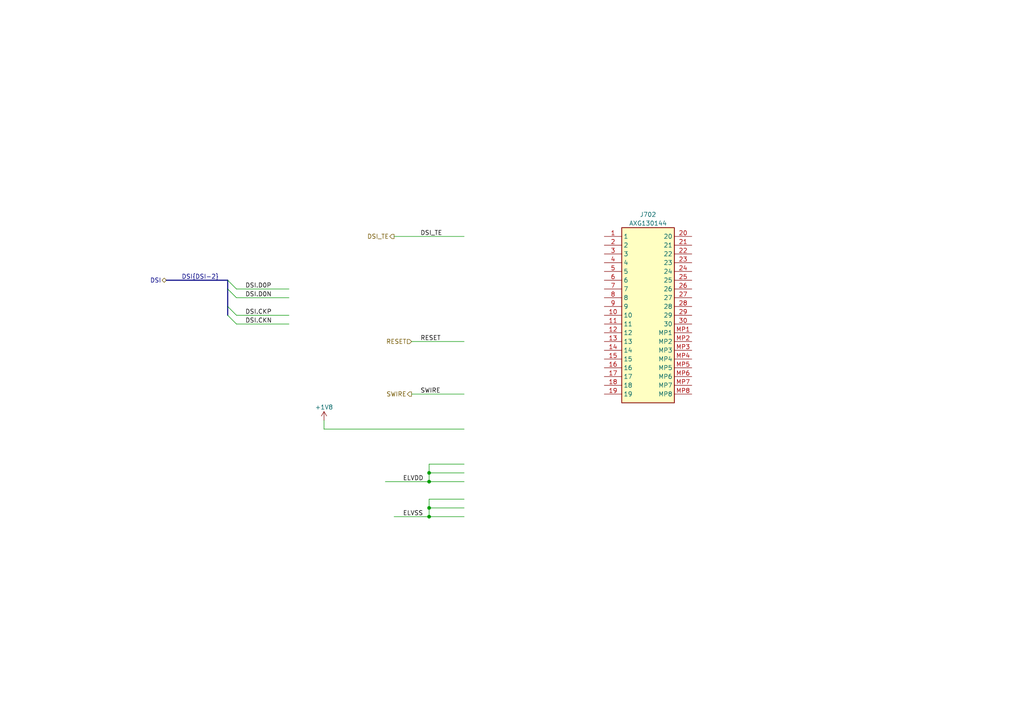
<source format=kicad_sch>
(kicad_sch (version 20230121) (generator eeschema)
  (paper "A4")
  (title_block (title "Watch Display Connector") (rev "2"))
  (lib_symbols
    (symbol "AXG130144:AXG130144"
      (property "Reference" "J" (at 21.59 7.62 0))
      (property "Value" "AXG130144" (at 21.59 5.08 0))
      (symbol "AXG130144_1_1"
        (rectangle (start 5.08 2.54) (end 20.32 -48.26) (stroke (width 0.254)) (fill (type background)))
        (pin passive line (at 0 0 0) (length 5.08) (name "1") (number "1"))
        (pin passive line (at 0 -22.86 0) (length 5.08) (name "10") (number "10"))
        (pin passive line (at 0 -25.4 0) (length 5.08) (name "11") (number "11"))
        (pin passive line (at 0 -27.94 0) (length 5.08) (name "12") (number "12"))
        (pin passive line (at 0 -30.48 0) (length 5.08) (name "13") (number "13"))
        (pin passive line (at 0 -33.02 0) (length 5.08) (name "14") (number "14"))
        (pin passive line (at 0 -35.56 0) (length 5.08) (name "15") (number "15"))
        (pin passive line (at 0 -38.1 0) (length 5.08) (name "16") (number "16"))
        (pin passive line (at 0 -40.64 0) (length 5.08) (name "17") (number "17"))
        (pin passive line (at 0 -43.18 0) (length 5.08) (name "18") (number "18"))
        (pin passive line (at 0 -45.72 0) (length 5.08) (name "19") (number "19"))
        (pin passive line (at 0 -2.54 0) (length 5.08) (name "2") (number "2"))
        (pin passive line (at 25.4 0 180) (length 5.08) (name "20") (number "20"))
        (pin passive line (at 25.4 -2.54 180) (length 5.08) (name "21") (number "21"))
        (pin passive line (at 25.4 -5.08 180) (length 5.08) (name "22") (number "22"))
        (pin passive line (at 25.4 -7.62 180) (length 5.08) (name "23") (number "23"))
        (pin passive line (at 25.4 -10.16 180) (length 5.08) (name "24") (number "24"))
        (pin passive line (at 25.4 -12.7 180) (length 5.08) (name "25") (number "25"))
        (pin passive line (at 25.4 -15.24 180) (length 5.08) (name "26") (number "26"))
        (pin passive line (at 25.4 -17.78 180) (length 5.08) (name "27") (number "27"))
        (pin passive line (at 25.4 -20.32 180) (length 5.08) (name "28") (number "28"))
        (pin passive line (at 25.4 -22.86 180) (length 5.08) (name "29") (number "29"))
        (pin passive line (at 0 -5.08 0) (length 5.08) (name "3") (number "3"))
        (pin passive line (at 25.4 -25.4 180) (length 5.08) (name "30") (number "30"))
        (pin passive line (at 0 -7.62 0) (length 5.08) (name "4") (number "4"))
        (pin passive line (at 0 -10.16 0) (length 5.08) (name "5") (number "5"))
        (pin passive line (at 0 -12.7 0) (length 5.08) (name "6") (number "6"))
        (pin passive line (at 0 -15.24 0) (length 5.08) (name "7") (number "7"))
        (pin passive line (at 0 -17.78 0) (length 5.08) (name "8") (number "8"))
        (pin passive line (at 0 -20.32 0) (length 5.08) (name "9") (number "9"))
        (pin passive line (at 25.4 -27.94 180) (length 5.08) (name "MP1") (number "MP1"))
        (pin passive line (at 25.4 -30.48 180) (length 5.08) (name "MP2") (number "MP2"))
        (pin passive line (at 25.4 -33.02 180) (length 5.08) (name "MP3") (number "MP3"))
        (pin passive line (at 25.4 -35.56 180) (length 5.08) (name "MP4") (number "MP4"))
        (pin passive line (at 25.4 -38.1 180) (length 5.08) (name "MP5") (number "MP5"))
        (pin passive line (at 25.4 -40.64 180) (length 5.08) (name "MP6") (number "MP6"))
        (pin passive line (at 25.4 -43.18 180) (length 5.08) (name "MP7") (number "MP7"))
        (pin passive line (at 25.4 -45.72 180) (length 5.08) (name "MP8") (number "MP8"))
      )
    )
    (symbol "power:+1V8" (power) (pin_names (offset 0))
      (property "Value" "+1V8" (at 0 3.556 0))
      (symbol "+1V8_0_1"
        (polyline (pts (xy -0.762 1.27) (xy 0 2.54)))
        (polyline (pts (xy 0 0) (xy 0 2.54)))
        (polyline (pts (xy 0 2.54) (xy 0.762 1.27)))
      )
      (symbol "+1V8_1_1"
        (pin power_in line (at 0 0 90) (length 0) hide (name "+1V8") (number "1"))
      )
    )
  )
  (junction (at 124.46 137.16))
  (junction (at 124.46 139.7))
  (junction (at 124.46 149.86))
  (junction (at 124.46 147.32))
  (bus_entry (at 68.58 93.98) (size -2.54 -2.54))
  (bus_entry (at 68.58 86.36) (size -2.54 -2.54))
  (bus_entry (at 68.58 91.44) (size -2.54 -2.54))
  (bus_entry (at 68.58 83.82) (size -2.54 -2.54))
  (wire (pts (xy 124.46 149.86) (xy 124.46 147.32)))
  (wire (pts (xy 119.38 114.3) (xy 134.62 114.3)))
  (wire (pts (xy 124.46 137.16) (xy 134.62 137.16)))
  (wire (pts (xy 134.62 144.78) (xy 124.46 144.78)))
  (bus (pts (xy 66.04 88.9) (xy 66.04 83.82)))
  (wire (pts (xy 124.46 139.7) (xy 124.46 137.16)))
  (wire (pts (xy 111.76 139.7) (xy 124.46 139.7)))
  (wire (pts (xy 124.46 134.62) (xy 124.46 137.16)))
  (wire (pts (xy 134.62 149.86) (xy 124.46 149.86)))
  (wire (pts (xy 68.58 83.82) (xy 83.82 83.82)))
  (wire (pts (xy 124.46 147.32) (xy 134.62 147.32)))
  (wire (pts (xy 134.62 134.62) (xy 124.46 134.62)))
  (wire (pts (xy 124.46 144.78) (xy 124.46 147.32)))
  (bus (pts (xy 66.04 88.9) (xy 66.04 91.44)))
  (wire (pts (xy 68.58 93.98) (xy 83.82 93.98)))
  (wire (pts (xy 93.98 124.46) (xy 134.62 124.46)))
  (wire (pts (xy 119.38 99.06) (xy 134.62 99.06)))
  (bus (pts (xy 66.04 83.82) (xy 66.04 81.28)))
  (wire (pts (xy 68.58 86.36) (xy 83.82 86.36)))
  (wire (pts (xy 134.62 139.7) (xy 124.46 139.7)))
  (wire (pts (xy 68.58 91.44) (xy 83.82 91.44)))
  (wire (pts (xy 114.3 68.58) (xy 134.62 68.58)))
  (wire (pts (xy 93.98 121.92) (xy 93.98 124.46)))
  (bus (pts (xy 66.04 81.28) (xy 48.26 81.28)))
  (wire (pts (xy 114.3 149.86) (xy 124.46 149.86)))
  (label "DSI.CKN" (at 71.12 93.98 0))
  (label "DSI.D0N" (at 71.12 86.36 0))
  (label "DSI{DSI-2}" (at 63.5 81.28 180))
  (label "DSI_TE" (at 121.92 68.58 0))
  (label "DSI.CKP" (at 71.12 91.44 0))
  (label "ELVDD" (at 116.84 139.7 0))
  (label "DSI.D0P" (at 71.12 83.82 0))
  (label "RESET" (at 121.92 99.06 0))
  (label "ELVSS" (at 116.84 149.86 0))
  (label "SWIRE" (at 121.92 114.3 0))
  (hierarchical_label "DSI" (shape bidirectional) (at 48.26 81.28 180) (property "DSI" "DSI" (effects hide)))
  (hierarchical_label "SWIRE" (shape output) (at 119.38 114.3 180))
  (hierarchical_label "RESET" (shape input) (at 119.38 99.06 180))
  (hierarchical_label "DSI_TE" (shape output) (at 114.3 68.58 180))
  (symbol (lib_id "AXG130144:AXG130144") (at 175.26 68.58 0) (unit 1)
    (property "Reference" "J702" (at 187.96 62.23 0))
    (property "Value" "AXG130144" (at 187.96 64.77 0))
    (property "Footprint" "watch_footprints:AXG130144" (effects hide))
    (property "Datasheet" "https://www3.panasonic.biz/ac/e/uacs/download/index.jsp?c=hmi_download" (effects hide))
    (property "Height" "0.79" (effects hide))
    (property "Mouser Part Number" "667-AXG130144" (effects hide))
    (property "Mouser Price/Stock" "https://www.mouser.co.uk/ProductDetail/Panasonic-Industrial-Devices/AXG130144?qs=MNIFWdyJgbpv3UEdzINcSA%3D%3D" (effects hide))
    (property "Manufacturer_Name" "Panasonic" (effects hide))
    (property "Manufacturer_Part_Number" "AXG130144" (effects hide))
    (instances (project "watch_main" (path "" (reference "J702") (unit 1)) (path "" (reference "J501") (unit 1))))
  )
  (symbol (lib_id "power:+1V8") (at 93.98 121.92 0) (unit 1)
    (property "Reference" "#PWR0501" (effects hide))
    (property "Value" "+1V8" (at 93.98 118.11 0))
  )
)
</source>
